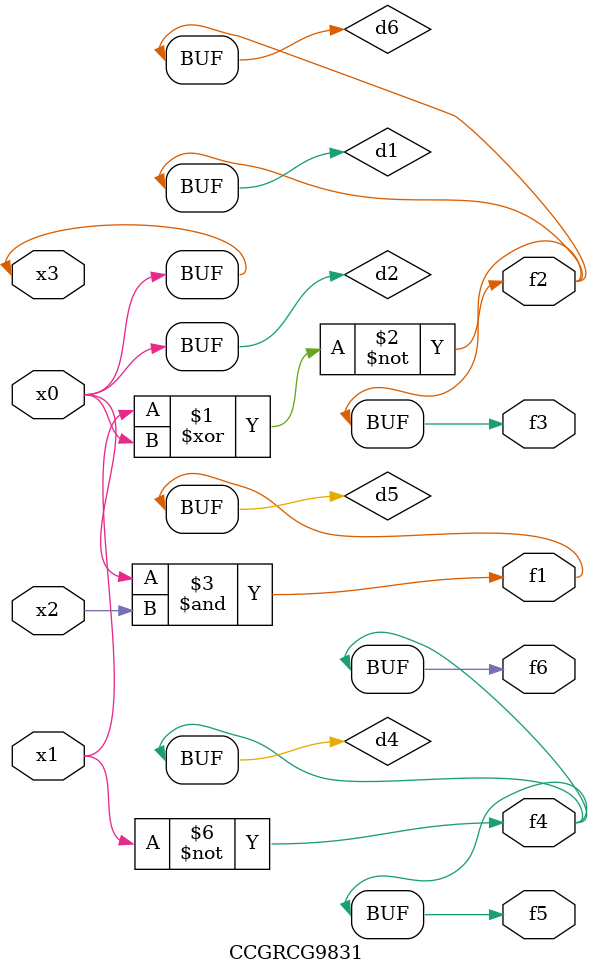
<source format=v>
module CCGRCG9831(
	input x0, x1, x2, x3,
	output f1, f2, f3, f4, f5, f6
);

	wire d1, d2, d3, d4, d5, d6;

	xnor (d1, x1, x3);
	buf (d2, x0, x3);
	nand (d3, x0, x2);
	not (d4, x1);
	nand (d5, d3);
	or (d6, d1);
	assign f1 = d5;
	assign f2 = d6;
	assign f3 = d6;
	assign f4 = d4;
	assign f5 = d4;
	assign f6 = d4;
endmodule

</source>
